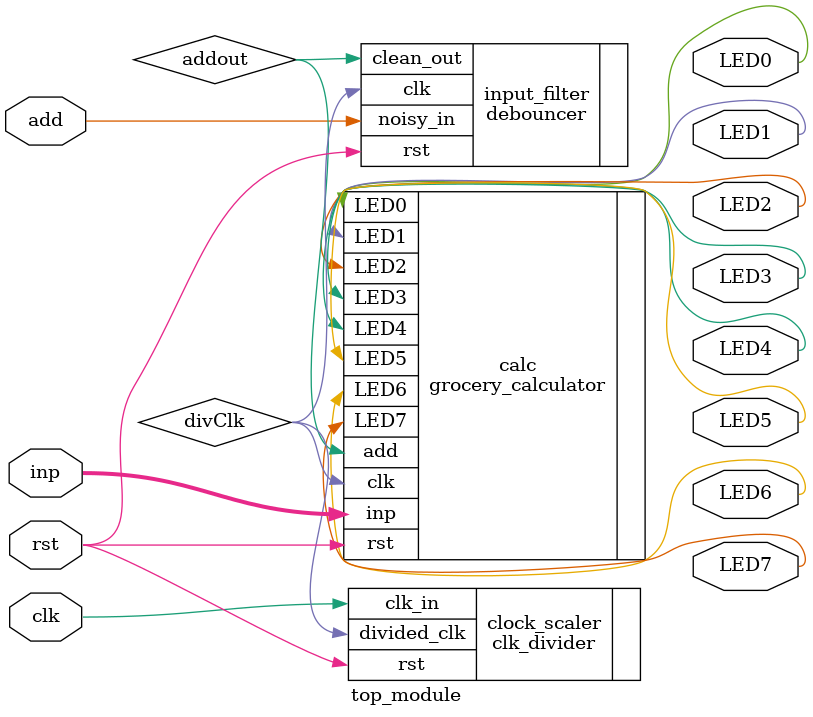
<source format=v>
`timescale 1ns / 1ps

module top_module                  (clk, rst, 
                                    add, 
									inp,
									LED7, LED6, LED5, LED4, LED3, LED2, LED1, LED0
							        );
	
	input clk, rst, add;	
	input [3:0] inp;
	
	output LED7, LED6, LED5, LED4, LED3, LED2, LED1, LED0;

	wire divClk;
	wire addout;
	
	clk_divider clock_scaler (.clk_in(clk), .rst(rst), .divided_clk(divClk));
	
	debouncer 	input_filter (.clk(divClk), .rst(rst), .noisy_in(add), .clean_out(addout));
	
	grocery_calculator calc          (.clk(divClk), .rst(rst), 
	                                  .add(addout),
									  .inp(inp), 
							          .LED7(LED7), .LED6(LED6), .LED5(LED5), .LED4(LED4), .LED3(LED3), .LED2(LED2), .LED1(LED1), .LED0(LED0)
							         );
	
endmodule

</source>
